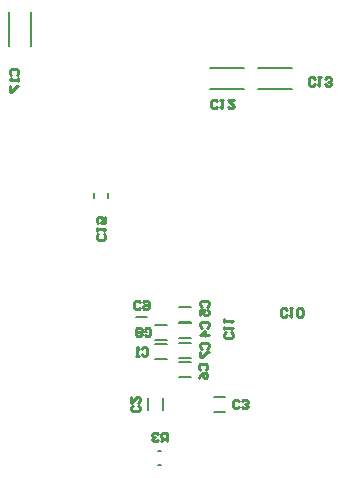
<source format=gbr>
%TF.GenerationSoftware,Altium Limited,Altium Designer,24.10.1 (45)*%
G04 Layer_Color=32896*
%FSLAX45Y45*%
%MOMM*%
%TF.SameCoordinates,4DA1E9EC-797C-4A4C-9375-46A5AD340D12*%
%TF.FilePolarity,Positive*%
%TF.FileFunction,Legend,Bot*%
%TF.Part,Single*%
G01*
G75*
%TA.AperFunction,NonConductor*%
%ADD46C,0.20000*%
%ADD48C,0.25400*%
D46*
X2288700Y636000D02*
X2308700D01*
X2288700Y761000D02*
X2308700D01*
X1208207Y4190093D02*
Y4471307D01*
X1026993Y4190093D02*
Y4471307D01*
X3135993Y3820993D02*
X3417207D01*
X3135993Y4002207D02*
X3417207D01*
X2729593Y3820993D02*
X3010807D01*
X2729593Y4002207D02*
X3010807D01*
X1863710Y2896310D02*
Y2945690D01*
X1743089Y2896310D02*
Y2945690D01*
X2096300Y1765300D02*
X2196300D01*
X2096300Y1892300D02*
X2196300D01*
X2197100Y1105700D02*
Y1205700D01*
X2324100Y1105700D02*
Y1205700D01*
X2261400Y1536700D02*
X2361400D01*
X2261400Y1663700D02*
X2361400D01*
X2261400Y1701800D02*
X2361400D01*
X2261400Y1828800D02*
X2361400D01*
X2756700Y1219200D02*
X2856700D01*
X2756700Y1092200D02*
X2856700D01*
X2464600Y1384300D02*
X2564600D01*
X2464600Y1511300D02*
X2564600D01*
X2464600Y1549400D02*
X2564600D01*
X2464600Y1676400D02*
X2564600D01*
X2464600Y1714500D02*
X2564600D01*
X2464600Y1841500D02*
X2564600D01*
X2464600Y1854200D02*
X2564600D01*
X2464600Y1981200D02*
X2564600D01*
D48*
X2362780Y838812D02*
Y913788D01*
X2325292D01*
X2312796Y901292D01*
Y876300D01*
X2325292Y863804D01*
X2362780D01*
X2337788D02*
X2312796Y838812D01*
X2287804Y901292D02*
X2275308Y913788D01*
X2250316D01*
X2237820Y901292D01*
Y888796D01*
X2250316Y876300D01*
X2262812D01*
X2250316D01*
X2237820Y863804D01*
Y851308D01*
X2250316Y838812D01*
X2275308D01*
X2287804Y851308D01*
X1041808Y3938649D02*
X1029312Y3951146D01*
Y3976137D01*
X1041808Y3988633D01*
X1091792D01*
X1104288Y3976137D01*
Y3951146D01*
X1091792Y3938649D01*
X1104288Y3913657D02*
Y3888665D01*
Y3901161D01*
X1029312D01*
X1041808Y3913657D01*
X1029312Y3851177D02*
Y3801194D01*
X1041808D01*
X1091792Y3851177D01*
X1104288D01*
X1828392Y2597864D02*
X1840888Y2585368D01*
Y2560376D01*
X1828392Y2547880D01*
X1778408D01*
X1765912Y2560376D01*
Y2585368D01*
X1778408Y2597864D01*
X1765912Y2622856D02*
Y2647848D01*
Y2635352D01*
X1840888D01*
X1828392Y2622856D01*
X1840888Y2735320D02*
Y2685336D01*
X1803400D01*
X1815896Y2710328D01*
Y2722824D01*
X1803400Y2735320D01*
X1778408D01*
X1765912Y2722824D01*
Y2697832D01*
X1778408Y2685336D01*
X3613864Y3861208D02*
X3601368Y3848712D01*
X3576376D01*
X3563880Y3861208D01*
Y3911192D01*
X3576376Y3923688D01*
X3601368D01*
X3613864Y3911192D01*
X3638856Y3923688D02*
X3663848D01*
X3651352D01*
Y3848712D01*
X3638856Y3861208D01*
X3701336D02*
X3713832Y3848712D01*
X3738824D01*
X3751320Y3861208D01*
Y3873704D01*
X3738824Y3886200D01*
X3726328D01*
X3738824D01*
X3751320Y3898696D01*
Y3911192D01*
X3738824Y3923688D01*
X3713832D01*
X3701336Y3911192D01*
X2788364Y3670708D02*
X2775868Y3658212D01*
X2750876D01*
X2738380Y3670708D01*
Y3720692D01*
X2750876Y3733188D01*
X2775868D01*
X2788364Y3720692D01*
X2813356Y3733188D02*
X2838348D01*
X2825852D01*
Y3658212D01*
X2813356Y3670708D01*
X2925820Y3733188D02*
X2875836D01*
X2925820Y3683204D01*
Y3670708D01*
X2913324Y3658212D01*
X2888332D01*
X2875836Y3670708D01*
X2907892Y1762040D02*
X2920388Y1749544D01*
Y1724552D01*
X2907892Y1712056D01*
X2857908D01*
X2845412Y1724552D01*
Y1749544D01*
X2857908Y1762040D01*
X2845412Y1787032D02*
Y1812024D01*
Y1799528D01*
X2920388D01*
X2907892Y1787032D01*
X2845412Y1849512D02*
Y1874504D01*
Y1862008D01*
X2920388D01*
X2907892Y1849512D01*
X3374144Y1905408D02*
X3361648Y1892912D01*
X3336656D01*
X3324160Y1905408D01*
Y1955392D01*
X3336656Y1967888D01*
X3361648D01*
X3374144Y1955392D01*
X3399136Y1967888D02*
X3424128D01*
X3411632D01*
Y1892912D01*
X3399136Y1905408D01*
X3461616D02*
X3474112Y1892912D01*
X3499103D01*
X3511600Y1905408D01*
Y1955392D01*
X3499103Y1967888D01*
X3474112D01*
X3461616Y1955392D01*
Y1905408D01*
X2133804Y1968908D02*
X2121308Y1956412D01*
X2096316D01*
X2083820Y1968908D01*
Y2018892D01*
X2096316Y2031388D01*
X2121308D01*
X2133804Y2018892D01*
X2158796D02*
X2171292Y2031388D01*
X2196284D01*
X2208780Y2018892D01*
Y1968908D01*
X2196284Y1956412D01*
X2171292D01*
X2158796Y1968908D01*
Y1981404D01*
X2171292Y1993900D01*
X2208780D01*
X2171496Y1790292D02*
X2183992Y1802788D01*
X2208984D01*
X2221480Y1790292D01*
Y1740308D01*
X2208984Y1727812D01*
X2183992D01*
X2171496Y1740308D01*
X2146504Y1790292D02*
X2134008Y1802788D01*
X2109016D01*
X2096520Y1790292D01*
Y1777796D01*
X2109016Y1765300D01*
X2096520Y1752804D01*
Y1740308D01*
X2109016Y1727812D01*
X2134008D01*
X2146504Y1740308D01*
Y1752804D01*
X2134008Y1765300D01*
X2146504Y1777796D01*
Y1790292D01*
X2134008Y1765300D02*
X2109016D01*
X2654708Y1625396D02*
X2642212Y1637892D01*
Y1662884D01*
X2654708Y1675380D01*
X2704692D01*
X2717188Y1662884D01*
Y1637892D01*
X2704692Y1625396D01*
X2642212Y1600404D02*
Y1550420D01*
X2654708D01*
X2704692Y1600404D01*
X2717188D01*
X2642008Y1447596D02*
X2629512Y1460092D01*
Y1485084D01*
X2642008Y1497580D01*
X2691992D01*
X2704488Y1485084D01*
Y1460092D01*
X2691992Y1447596D01*
X2629512Y1372620D02*
X2642008Y1397612D01*
X2667000Y1422604D01*
X2691992D01*
X2704488Y1410108D01*
Y1385116D01*
X2691992Y1372620D01*
X2679496D01*
X2667000Y1385116D01*
Y1422604D01*
X2654708Y1980996D02*
X2642212Y1993492D01*
Y2018484D01*
X2654708Y2030980D01*
X2704692D01*
X2717188Y2018484D01*
Y1993492D01*
X2704692Y1980996D01*
X2642212Y1906020D02*
Y1956004D01*
X2679700D01*
X2667204Y1931012D01*
Y1918516D01*
X2679700Y1906020D01*
X2704692D01*
X2717188Y1918516D01*
Y1943508D01*
X2704692Y1956004D01*
X2654708Y1803196D02*
X2642212Y1815692D01*
Y1840684D01*
X2654708Y1853180D01*
X2704692D01*
X2717188Y1840684D01*
Y1815692D01*
X2704692Y1803196D01*
X2717188Y1740716D02*
X2642212D01*
X2679700Y1778204D01*
Y1728220D01*
X2971103Y1130708D02*
X2958607Y1118212D01*
X2933615D01*
X2921119Y1130708D01*
Y1180692D01*
X2933615Y1193188D01*
X2958607D01*
X2971103Y1180692D01*
X2996095Y1130708D02*
X3008591Y1118212D01*
X3033583D01*
X3046079Y1130708D01*
Y1143204D01*
X3033583Y1155700D01*
X3021087D01*
X3033583D01*
X3046079Y1168196D01*
Y1180692D01*
X3033583Y1193188D01*
X3008591D01*
X2996095Y1180692D01*
X2120492Y1143204D02*
X2132988Y1130708D01*
Y1105716D01*
X2120492Y1093220D01*
X2070508D01*
X2058012Y1105716D01*
Y1130708D01*
X2070508Y1143204D01*
X2058012Y1218180D02*
Y1168196D01*
X2107996Y1218180D01*
X2120492D01*
X2132988Y1205684D01*
Y1180692D01*
X2120492Y1168196D01*
X2146300Y1625192D02*
X2158796Y1637688D01*
X2183788D01*
X2196284Y1625192D01*
Y1575208D01*
X2183788Y1562712D01*
X2158796D01*
X2146300Y1575208D01*
X2121308Y1562712D02*
X2096316D01*
X2108812D01*
Y1637688D01*
X2121308Y1625192D01*
%TF.MD5,25f22b29e0315d6e59b620901a4b5f97*%
M02*

</source>
